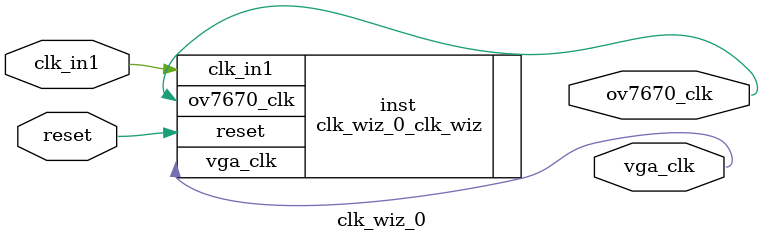
<source format=v>


`timescale 1ps/1ps

(* CORE_GENERATION_INFO = "clk_wiz_0,clk_wiz_v6_0_6_0_0,{component_name=clk_wiz_0,use_phase_alignment=true,use_min_o_jitter=false,use_max_i_jitter=false,use_dyn_phase_shift=false,use_inclk_switchover=false,use_dyn_reconfig=false,enable_axi=0,feedback_source=FDBK_AUTO,PRIMITIVE=MMCM,num_out_clk=2,clkin1_period=10.000,clkin2_period=10.000,use_power_down=false,use_reset=true,use_locked=false,use_inclk_stopped=false,feedback_type=SINGLE,CLOCK_MGR_TYPE=NA,manual_override=false}" *)

module clk_wiz_0 
 (
  // Clock out ports
  output        vga_clk,
  output        ov7670_clk,
  // Status and control signals
  input         reset,
 // Clock in ports
  input         clk_in1
 );

  clk_wiz_0_clk_wiz inst
  (
  // Clock out ports  
  .vga_clk(vga_clk),
  .ov7670_clk(ov7670_clk),
  // Status and control signals               
  .reset(reset), 
 // Clock in ports
  .clk_in1(clk_in1)
  );

endmodule

</source>
